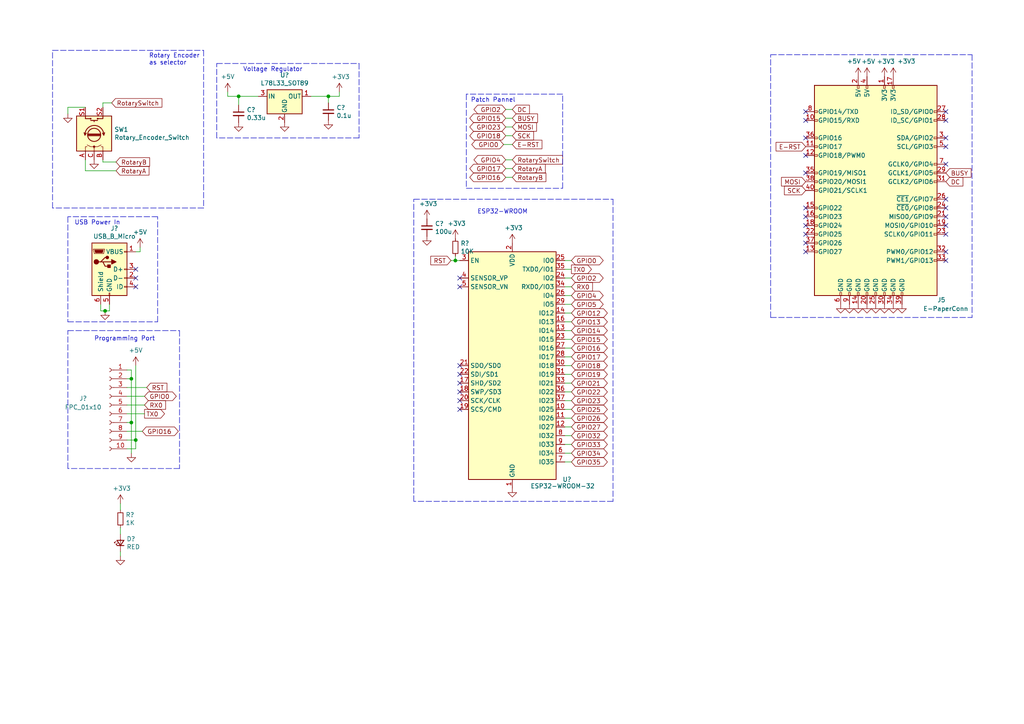
<source format=kicad_sch>
(kicad_sch (version 20211123) (generator eeschema)
  (paper "A4")
  (title_block (title "Smart Energy Meter") (rev "1") (company "CC - By Sani7") (comment 1 "github.com/Sani7/SEM"))
  (lib_symbols
    (symbol "Connector:Conn_01x10_Female" (pin_names (offset 1.016) hide)
      (property "Reference" "J" (at 0 12.7 0))
      (property "Value" "Conn_01x10_Female" (at 0 -15.24 0))
      (symbol "Conn_01x10_Female_1_1"
        (arc (start 0 -12.192) (mid -0.508 -12.7) (end 0 -13.208) (stroke (width 0.1524)))
        (arc (start 0 -9.652) (mid -0.508 -10.16) (end 0 -10.668) (stroke (width 0.1524)))
        (arc (start 0 -7.112) (mid -0.508 -7.62) (end 0 -8.128) (stroke (width 0.1524)))
        (arc (start 0 -4.572) (mid -0.508 -5.08) (end 0 -5.588) (stroke (width 0.1524)))
        (arc (start 0 -2.032) (mid -0.508 -2.54) (end 0 -3.048) (stroke (width 0.1524)))
        (polyline (pts (xy -1.27 -12.7) (xy -0.508 -12.7)) (stroke (width 0.1524)))
        (polyline (pts (xy -1.27 -10.16) (xy -0.508 -10.16)) (stroke (width 0.1524)))
        (polyline (pts (xy -1.27 -7.62) (xy -0.508 -7.62)) (stroke (width 0.1524)))
        (polyline (pts (xy -1.27 -5.08) (xy -0.508 -5.08)) (stroke (width 0.1524)))
        (polyline (pts (xy -1.27 -2.54) (xy -0.508 -2.54)) (stroke (width 0.1524)))
        (polyline (pts (xy -1.27 0) (xy -0.508 0)) (stroke (width 0.1524)))
        (polyline (pts (xy -1.27 2.54) (xy -0.508 2.54)) (stroke (width 0.1524)))
        (polyline (pts (xy -1.27 5.08) (xy -0.508 5.08)) (stroke (width 0.1524)))
        (polyline (pts (xy -1.27 7.62) (xy -0.508 7.62)) (stroke (width 0.1524)))
        (polyline (pts (xy -1.27 10.16) (xy -0.508 10.16)) (stroke (width 0.1524)))
        (arc (start 0 0.508) (mid -0.508 0) (end 0 -0.508) (stroke (width 0.1524)))
        (arc (start 0 3.048) (mid -0.508 2.54) (end 0 2.032) (stroke (width 0.1524)))
        (arc (start 0 5.588) (mid -0.508 5.08) (end 0 4.572) (stroke (width 0.1524)))
        (arc (start 0 8.128) (mid -0.508 7.62) (end 0 7.112) (stroke (width 0.1524)))
        (arc (start 0 10.668) (mid -0.508 10.16) (end 0 9.652) (stroke (width 0.1524)))
        (pin passive line (at -5.08 10.16 0) (length 3.81) (name "Pin_1") (number "1"))
        (pin passive line (at -5.08 -12.7 0) (length 3.81) (name "Pin_10") (number "10"))
        (pin passive line (at -5.08 7.62 0) (length 3.81) (name "Pin_2") (number "2"))
        (pin passive line (at -5.08 5.08 0) (length 3.81) (name "Pin_3") (number "3"))
        (pin passive line (at -5.08 2.54 0) (length 3.81) (name "Pin_4") (number "4"))
        (pin passive line (at -5.08 0 0) (length 3.81) (name "Pin_5") (number "5"))
        (pin passive line (at -5.08 -2.54 0) (length 3.81) (name "Pin_6") (number "6"))
        (pin passive line (at -5.08 -5.08 0) (length 3.81) (name "Pin_7") (number "7"))
        (pin passive line (at -5.08 -7.62 0) (length 3.81) (name "Pin_8") (number "8"))
        (pin passive line (at -5.08 -10.16 0) (length 3.81) (name "Pin_9") (number "9"))
      )
    )
    (symbol "Connector:Raspberry_Pi_2_3" (pin_names (offset 1.016))
      (property "Reference" "J" (at -17.78 31.75 0))
      (property "Value" "Raspberry_Pi_2_3" (at 10.16 -31.75 0))
      (symbol "Raspberry_Pi_2_3_0_1"
        (rectangle (start -17.78 30.48) (end 17.78 -30.48) (stroke (width 0.254)) (fill (type background)))
      )
      (symbol "Raspberry_Pi_2_3_1_1"
        (rectangle (start -16.891 -17.526) (end -17.78 -18.034))
        (rectangle (start -16.891 -14.986) (end -17.78 -15.494))
        (rectangle (start -16.891 -12.446) (end -17.78 -12.954))
        (rectangle (start -16.891 -9.906) (end -17.78 -10.414))
        (rectangle (start -16.891 -7.366) (end -17.78 -7.874))
        (rectangle (start -16.891 -4.826) (end -17.78 -5.334))
        (rectangle (start -16.891 0.254) (end -17.78 -0.254))
        (rectangle (start -16.891 2.794) (end -17.78 2.286))
        (rectangle (start -16.891 5.334) (end -17.78 4.826))
        (rectangle (start -16.891 10.414) (end -17.78 9.906))
        (rectangle (start -16.891 12.954) (end -17.78 12.446))
        (rectangle (start -16.891 15.494) (end -17.78 14.986))
        (rectangle (start -16.891 20.574) (end -17.78 20.066))
        (rectangle (start -16.891 23.114) (end -17.78 22.606))
        (rectangle (start -10.414 -29.591) (end -9.906 -30.48))
        (rectangle (start -7.874 -29.591) (end -7.366 -30.48))
        (rectangle (start -5.334 -29.591) (end -4.826 -30.48))
        (rectangle (start -5.334 30.48) (end -4.826 29.591))
        (rectangle (start -2.794 -29.591) (end -2.286 -30.48))
        (rectangle (start -2.794 30.48) (end -2.286 29.591))
        (rectangle (start -0.254 -29.591) (end 0.254 -30.48))
        (rectangle (start 2.286 -29.591) (end 2.794 -30.48))
        (rectangle (start 2.286 30.48) (end 2.794 29.591))
        (rectangle (start 4.826 -29.591) (end 5.334 -30.48))
        (rectangle (start 4.826 30.48) (end 5.334 29.591))
        (rectangle (start 7.366 -29.591) (end 7.874 -30.48))
        (rectangle (start 17.78 -20.066) (end 16.891 -20.574))
        (rectangle (start 17.78 -17.526) (end 16.891 -18.034))
        (rectangle (start 17.78 -12.446) (end 16.891 -12.954))
        (rectangle (start 17.78 -9.906) (end 16.891 -10.414))
        (rectangle (start 17.78 -7.366) (end 16.891 -7.874))
        (rectangle (start 17.78 -4.826) (end 16.891 -5.334))
        (rectangle (start 17.78 -2.286) (end 16.891 -2.794))
        (rectangle (start 17.78 2.794) (end 16.891 2.286))
        (rectangle (start 17.78 5.334) (end 16.891 4.826))
        (rectangle (start 17.78 7.874) (end 16.891 7.366))
        (rectangle (start 17.78 12.954) (end 16.891 12.446))
        (rectangle (start 17.78 15.494) (end 16.891 14.986))
        (rectangle (start 17.78 20.574) (end 16.891 20.066))
        (rectangle (start 17.78 23.114) (end 16.891 22.606))
        (pin power_in line (at 2.54 33.02 270) (length 2.54) (name "3V3") (number "1"))
        (pin bidirectional line (at -20.32 20.32 0) (length 2.54) (name "GPIO15/RXD") (number "10"))
        (pin bidirectional line (at -20.32 12.7 0) (length 2.54) (name "GPIO17") (number "11"))
        (pin bidirectional line (at -20.32 10.16 0) (length 2.54) (name "GPIO18/PWM0") (number "12"))
        (pin bidirectional line (at -20.32 -17.78 0) (length 2.54) (name "GPIO27") (number "13"))
        (pin power_in line (at -5.08 -33.02 90) (length 2.54) (name "GND") (number "14"))
        (pin bidirectional line (at -20.32 -5.08 0) (length 2.54) (name "GPIO22") (number "15"))
        (pin bidirectional line (at -20.32 -7.62 0) (length 2.54) (name "GPIO23") (number "16"))
        (pin power_in line (at 5.08 33.02 270) (length 2.54) (name "3V3") (number "17"))
        (pin bidirectional line (at -20.32 -10.16 0) (length 2.54) (name "GPIO24") (number "18"))
        (pin bidirectional line (at 20.32 -10.16 180) (length 2.54) (name "MOSI0/GPIO10") (number "19"))
        (pin power_in line (at -5.08 33.02 270) (length 2.54) (name "5V") (number "2"))
        (pin power_in line (at -2.54 -33.02 90) (length 2.54) (name "GND") (number "20"))
        (pin bidirectional line (at 20.32 -7.62 180) (length 2.54) (name "MISO0/GPIO9") (number "21"))
        (pin bidirectional line (at -20.32 -12.7 0) (length 2.54) (name "GPIO25") (number "22"))
        (pin bidirectional line (at 20.32 -12.7 180) (length 2.54) (name "SCLK0/GPIO11") (number "23"))
        (pin bidirectional line (at 20.32 -5.08 180) (length 2.54) (name "~{CE0}/GPIO8") (number "24"))
        (pin power_in line (at 0 -33.02 90) (length 2.54) (name "GND") (number "25"))
        (pin bidirectional line (at 20.32 -2.54 180) (length 2.54) (name "~{CE1}/GPIO7") (number "26"))
        (pin bidirectional line (at 20.32 22.86 180) (length 2.54) (name "ID_SD/GPIO0") (number "27"))
        (pin bidirectional line (at 20.32 20.32 180) (length 2.54) (name "ID_SC/GPIO1") (number "28"))
        (pin bidirectional line (at 20.32 5.08 180) (length 2.54) (name "GCLK1/GPIO5") (number "29"))
        (pin bidirectional line (at 20.32 15.24 180) (length 2.54) (name "SDA/GPIO2") (number "3"))
        (pin power_in line (at 2.54 -33.02 90) (length 2.54) (name "GND") (number "30"))
        (pin bidirectional line (at 20.32 2.54 180) (length 2.54) (name "GCLK2/GPIO6") (number "31"))
        (pin bidirectional line (at 20.32 -17.78 180) (length 2.54) (name "PWM0/GPIO12") (number "32"))
        (pin bidirectional line (at 20.32 -20.32 180) (length 2.54) (name "PWM1/GPIO13") (number "33"))
        (pin power_in line (at 5.08 -33.02 90) (length 2.54) (name "GND") (number "34"))
        (pin bidirectional line (at -20.32 5.08 0) (length 2.54) (name "GPIO19/MISO1") (number "35"))
        (pin bidirectional line (at -20.32 15.24 0) (length 2.54) (name "GPIO16") (number "36"))
        (pin bidirectional line (at -20.32 -15.24 0) (length 2.54) (name "GPIO26") (number "37"))
        (pin bidirectional line (at -20.32 2.54 0) (length 2.54) (name "GPIO20/MOSI1") (number "38"))
        (pin power_in line (at 7.62 -33.02 90) (length 2.54) (name "GND") (number "39"))
        (pin power_in line (at -2.54 33.02 270) (length 2.54) (name "5V") (number "4"))
        (pin bidirectional line (at -20.32 0 0) (length 2.54) (name "GPIO21/SCLK1") (number "40"))
        (pin bidirectional line (at 20.32 12.7 180) (length 2.54) (name "SCL/GPIO3") (number "5"))
        (pin power_in line (at -10.16 -33.02 90) (length 2.54) (name "GND") (number "6"))
        (pin bidirectional line (at 20.32 7.62 180) (length 2.54) (name "GCLK0/GPIO4") (number "7"))
        (pin bidirectional line (at -20.32 22.86 0) (length 2.54) (name "GPIO14/TXD") (number "8"))
        (pin power_in line (at -7.62 -33.02 90) (length 2.54) (name "GND") (number "9"))
      )
    )
    (symbol "Connector:USB_B_Micro" (pin_names (offset 1.016))
      (property "Reference" "J" (at -5.08 11.43 0))
      (property "Value" "USB_B_Micro" (at -5.08 8.89 0))
      (symbol "USB_B_Micro_0_1"
        (rectangle (start -5.08 -7.62) (end 5.08 7.62) (stroke (width 0.254)) (fill (type background)))
        (circle (center -3.81 2.159) (radius 0.635) (stroke (width 0.254)) (fill (type outline)))
        (circle (center -0.635 3.429) (radius 0.381) (stroke (width 0.254)) (fill (type outline)))
        (rectangle (start -0.127 -7.62) (end 0.127 -6.858))
        (polyline (pts (xy -1.905 2.159) (xy 0.635 2.159)) (stroke (width 0.254)))
        (polyline (pts (xy -3.175 2.159) (xy -2.54 2.159) (xy -1.27 3.429) (xy -0.635 3.429)) (stroke (width 0.254)))
        (polyline (pts (xy -2.54 2.159) (xy -1.905 2.159) (xy -1.27 0.889) (xy 0 0.889)) (stroke (width 0.254)))
        (polyline (pts (xy 0.635 2.794) (xy 0.635 1.524) (xy 1.905 2.159) (xy 0.635 2.794)) (stroke (width 0.254)) (fill (type outline)))
        (polyline (pts (xy -4.318 5.588) (xy -1.778 5.588) (xy -2.032 4.826) (xy -4.064 4.826) (xy -4.318 5.588)) (fill (type outline)))
        (polyline (pts (xy -4.699 5.842) (xy -4.699 5.588) (xy -4.445 4.826) (xy -4.445 4.572) (xy -1.651 4.572) (xy -1.651 4.826) (xy -1.397 5.588) (xy -1.397 5.842) (xy -4.699 5.842)))
        (rectangle (start 0.254 1.27) (end -0.508 0.508) (stroke (width 0.254)) (fill (type outline)))
        (rectangle (start 5.08 -5.207) (end 4.318 -4.953))
        (rectangle (start 5.08 -2.667) (end 4.318 -2.413))
        (rectangle (start 5.08 -0.127) (end 4.318 0.127))
        (rectangle (start 5.08 4.953) (end 4.318 5.207))
      )
      (symbol "USB_B_Micro_1_1"
        (pin power_out line (at 7.62 5.08 180) (length 2.54) (name "VBUS") (number "1"))
        (pin bidirectional line (at 7.62 -2.54 180) (length 2.54) (name "D-") (number "2"))
        (pin bidirectional line (at 7.62 0 180) (length 2.54) (name "D+") (number "3"))
        (pin passive line (at 7.62 -5.08 180) (length 2.54) (name "ID") (number "4"))
        (pin power_out line (at 0 -10.16 90) (length 2.54) (name "GND") (number "5"))
        (pin passive line (at -2.54 -10.16 90) (length 2.54) (name "Shield") (number "6"))
      )
    )
    (symbol "Device:C_Small" (pin_numbers hide) (pin_names (offset 0.254) hide)
      (property "Reference" "C" (at 0.254 1.778 0))
      (property "Value" "C_Small" (at 0.254 -2.032 0))
      (symbol "C_Small_0_1"
        (polyline (pts (xy -1.524 -0.508) (xy 1.524 -0.508)) (stroke (width 0.3302)))
        (polyline (pts (xy -1.524 0.508) (xy 1.524 0.508)) (stroke (width 0.3048)))
      )
      (symbol "C_Small_1_1"
        (pin passive line (at 0 2.54 270) (length 2.032) (name "~") (number "1"))
        (pin passive line (at 0 -2.54 90) (length 2.032) (name "~") (number "2"))
      )
    )
    (symbol "Device:LED_Small" (pin_numbers hide) (pin_names (offset 0.254) hide)
      (property "Reference" "D" (at -1.27 3.175 0))
      (property "Value" "LED_Small" (at -4.445 -2.54 0))
      (symbol "LED_Small_0_1"
        (polyline (pts (xy -0.762 -1.016) (xy -0.762 1.016)) (stroke (width 0.254)))
        (polyline (pts (xy 1.016 0) (xy -0.762 0)))
        (polyline (pts (xy 0.762 -1.016) (xy -0.762 0) (xy 0.762 1.016) (xy 0.762 -1.016)) (stroke (width 0.254)))
        (polyline (pts (xy 0 0.762) (xy -0.508 1.27) (xy -0.254 1.27) (xy -0.508 1.27) (xy -0.508 1.016)))
        (polyline (pts (xy 0.508 1.27) (xy 0 1.778) (xy 0.254 1.778) (xy 0 1.778) (xy 0 1.524)))
      )
      (symbol "LED_Small_1_1"
        (pin passive line (at -2.54 0 0) (length 1.778) (name "K") (number "1"))
        (pin passive line (at 2.54 0 180) (length 1.778) (name "A") (number "2"))
      )
    )
    (symbol "Device:R_Small" (pin_numbers hide) (pin_names (offset 0.254) hide)
      (property "Reference" "R" (at 0.762 0.508 0))
      (property "Value" "R_Small" (at 0.762 -1.016 0))
      (symbol "R_Small_0_1"
        (rectangle (start -0.762 1.778) (end 0.762 -1.778) (stroke (width 0.2032)))
      )
      (symbol "R_Small_1_1"
        (pin passive line (at 0 2.54 270) (length 0.762) (name "~") (number "1"))
        (pin passive line (at 0 -2.54 90) (length 0.762) (name "~") (number "2"))
      )
    )
    (symbol "Device:Rotary_Encoder_Switch" (pin_names (offset 0.254) hide)
      (property "Reference" "SW" (at 0 6.604 0))
      (property "Value" "Device_Rotary_Encoder_Switch" (at 0 -6.604 0))
      (symbol "Rotary_Encoder_Switch_0_1"
        (rectangle (start -5.08 5.08) (end 5.08 -5.08) (stroke (width 0.254)) (fill (type background)))
        (circle (center -3.81 0) (radius 0.254) (fill (type outline)))
        (arc (start -0.381 -2.794) (mid 2.3622 -0.0508) (end -0.381 2.667) (stroke (width 0.254)))
        (circle (center -0.381 0) (radius 1.905) (stroke (width 0.254)))
        (polyline (pts (xy -0.635 -1.778) (xy -0.635 1.778)) (stroke (width 0.254)))
        (polyline (pts (xy -0.381 -1.778) (xy -0.381 1.778)) (stroke (width 0.254)))
        (polyline (pts (xy -0.127 1.778) (xy -0.127 -1.778)) (stroke (width 0.254)))
        (polyline (pts (xy 3.81 0) (xy 3.429 0)) (stroke (width 0.254)))
        (polyline (pts (xy 3.81 1.016) (xy 3.81 -1.016)) (stroke (width 0.254)))
        (polyline (pts (xy -5.08 -2.54) (xy -3.81 -2.54) (xy -3.81 -2.032)))
        (polyline (pts (xy -5.08 2.54) (xy -3.81 2.54) (xy -3.81 2.032)))
        (polyline (pts (xy 0.254 -3.048) (xy -0.508 -2.794) (xy 0.127 -2.413)) (stroke (width 0.254)))
        (polyline (pts (xy 0.254 2.921) (xy -0.508 2.667) (xy 0.127 2.286)) (stroke (width 0.254)))
        (polyline (pts (xy 5.08 -2.54) (xy 4.318 -2.54) (xy 4.318 -1.016)) (stroke (width 0.254)))
        (polyline (pts (xy 5.08 2.54) (xy 4.318 2.54) (xy 4.318 1.016)) (stroke (width 0.254)))
        (polyline (pts (xy -5.08 0) (xy -3.81 0) (xy -3.81 -1.016) (xy -3.302 -2.032)))
        (polyline (pts (xy -4.318 0) (xy -3.81 0) (xy -3.81 1.016) (xy -3.302 2.032)))
        (circle (center 4.318 -1.016) (radius 0.127) (stroke (width 0.254)))
        (circle (center 4.318 1.016) (radius 0.127) (stroke (width 0.254)))
      )
      (symbol "Rotary_Encoder_Switch_1_1"
        (pin passive line (at -7.62 2.54 0) (length 2.54) (name "A") (number "A"))
        (pin passive line (at -7.62 -2.54 0) (length 2.54) (name "B") (number "B"))
        (pin passive line (at -7.62 0 0) (length 2.54) (name "C") (number "C"))
        (pin passive line (at 7.62 2.54 180) (length 2.54) (name "S1") (number "S1"))
        (pin passive line (at 7.62 -2.54 180) (length 2.54) (name "S2") (number "S2"))
      )
    )
    (symbol "RF_Module:ESP32-WROOM-32"
      (property "Reference" "U" (at -12.7 34.29 0))
      (property "Value" "ESP32-WROOM-32" (at 1.27 34.29 0))
      (symbol "ESP32-WROOM-32_0_1"
        (rectangle (start -12.7 33.02) (end 12.7 -33.02) (stroke (width 0.254)) (fill (type background)))
      )
      (symbol "ESP32-WROOM-32_1_1"
        (pin power_in line (at 0 -35.56 90) (length 2.54) (name "GND") (number "1"))
        (pin bidirectional line (at 15.24 -12.7 180) (length 2.54) (name "IO25") (number "10"))
        (pin bidirectional line (at 15.24 -15.24 180) (length 2.54) (name "IO26") (number "11"))
        (pin bidirectional line (at 15.24 -17.78 180) (length 2.54) (name "IO27") (number "12"))
        (pin bidirectional line (at 15.24 10.16 180) (length 2.54) (name "IO14") (number "13"))
        (pin bidirectional line (at 15.24 15.24 180) (length 2.54) (name "IO12") (number "14"))
        (pin passive line (at 0 -35.56 90) (length 2.54) hide (name "GND") (number "15"))
        (pin bidirectional line (at 15.24 12.7 180) (length 2.54) (name "IO13") (number "16"))
        (pin bidirectional line (at -15.24 -5.08 0) (length 2.54) (name "SHD/SD2") (number "17"))
        (pin bidirectional line (at -15.24 -7.62 0) (length 2.54) (name "SWP/SD3") (number "18"))
        (pin bidirectional line (at -15.24 -12.7 0) (length 2.54) (name "SCS/CMD") (number "19"))
        (pin power_in line (at 0 35.56 270) (length 2.54) (name "VDD") (number "2"))
        (pin bidirectional line (at -15.24 -10.16 0) (length 2.54) (name "SCK/CLK") (number "20"))
        (pin bidirectional line (at -15.24 0 0) (length 2.54) (name "SDO/SD0") (number "21"))
        (pin bidirectional line (at -15.24 -2.54 0) (length 2.54) (name "SDI/SD1") (number "22"))
        (pin bidirectional line (at 15.24 7.62 180) (length 2.54) (name "IO15") (number "23"))
        (pin bidirectional line (at 15.24 25.4 180) (length 2.54) (name "IO2") (number "24"))
        (pin bidirectional line (at 15.24 30.48 180) (length 2.54) (name "IO0") (number "25"))
        (pin bidirectional line (at 15.24 20.32 180) (length 2.54) (name "IO4") (number "26"))
        (pin bidirectional line (at 15.24 5.08 180) (length 2.54) (name "IO16") (number "27"))
        (pin bidirectional line (at 15.24 2.54 180) (length 2.54) (name "IO17") (number "28"))
        (pin bidirectional line (at 15.24 17.78 180) (length 2.54) (name "IO5") (number "29"))
        (pin input line (at -15.24 30.48 0) (length 2.54) (name "EN") (number "3"))
        (pin bidirectional line (at 15.24 0 180) (length 2.54) (name "IO18") (number "30"))
        (pin bidirectional line (at 15.24 -2.54 180) (length 2.54) (name "IO19") (number "31"))
        (pin no_connect line (at -12.7 -27.94 0) (length 2.54) hide (name "NC") (number "32"))
        (pin bidirectional line (at 15.24 -5.08 180) (length 2.54) (name "IO21") (number "33"))
        (pin bidirectional line (at 15.24 22.86 180) (length 2.54) (name "RXD0/IO3") (number "34"))
        (pin bidirectional line (at 15.24 27.94 180) (length 2.54) (name "TXD0/IO1") (number "35"))
        (pin bidirectional line (at 15.24 -7.62 180) (length 2.54) (name "IO22") (number "36"))
        (pin bidirectional line (at 15.24 -10.16 180) (length 2.54) (name "IO23") (number "37"))
        (pin passive line (at 0 -35.56 90) (length 2.54) hide (name "GND") (number "38"))
        (pin passive line (at 0 -35.56 90) (length 2.54) hide (name "GND") (number "39"))
        (pin input line (at -15.24 25.4 0) (length 2.54) (name "SENSOR_VP") (number "4"))
        (pin input line (at -15.24 22.86 0) (length 2.54) (name "SENSOR_VN") (number "5"))
        (pin input line (at 15.24 -25.4 180) (length 2.54) (name "IO34") (number "6"))
        (pin input line (at 15.24 -27.94 180) (length 2.54) (name "IO35") (number "7"))
        (pin bidirectional line (at 15.24 -20.32 180) (length 2.54) (name "IO32") (number "8"))
        (pin bidirectional line (at 15.24 -22.86 180) (length 2.54) (name "IO33") (number "9"))
      )
    )
    (symbol "Regulator_Linear:L78L33_SOT89" (pin_names (offset 0.254))
      (property "Reference" "U" (at -3.81 3.175 0))
      (property "Value" "L78L33_SOT89" (at -0.635 3.175 0))
      (symbol "L78L33_SOT89_0_1"
        (rectangle (start -5.08 1.905) (end 5.08 -5.08) (stroke (width 0.254)) (fill (type background)))
      )
      (symbol "L78L33_SOT89_1_1"
        (pin power_out line (at 7.62 0 180) (length 2.54) (name "OUT") (number "1"))
        (pin power_in line (at 0 -7.62 90) (length 2.54) (name "GND") (number "2"))
        (pin power_in line (at -7.62 0 0) (length 2.54) (name "IN") (number "3"))
      )
    )
    (symbol "power:+3.3V" (power) (pin_names (offset 0))
      (property "Value" "+3.3V" (at 0 3.556 0))
      (symbol "+3.3V_0_1"
        (polyline (pts (xy -0.762 1.27) (xy 0 2.54)))
        (polyline (pts (xy 0 0) (xy 0 2.54)))
        (polyline (pts (xy 0 2.54) (xy 0.762 1.27)))
      )
      (symbol "+3.3V_1_1"
        (pin power_in line (at 0 0 90) (length 0) hide (name "+3V3") (number "1"))
      )
    )
    (symbol "power:+5V" (power) (pin_names (offset 0))
      (property "Value" "+5V" (at 0 3.556 0))
      (symbol "+5V_0_1"
        (polyline (pts (xy -0.762 1.27) (xy 0 2.54)))
        (polyline (pts (xy 0 0) (xy 0 2.54)))
        (polyline (pts (xy 0 2.54) (xy 0.762 1.27)))
      )
      (symbol "+5V_1_1"
        (pin power_in line (at 0 0 90) (length 0) hide (name "+5V") (number "1"))
      )
    )
    (symbol "power:GND" (power) (pin_names (offset 0))
      (property "Value" "GND" (at 0 -3.81 0))
      (symbol "GND_0_1"
        (polyline (pts (xy 0 0) (xy 0 -1.27) (xy 1.27 -1.27) (xy 0 -2.54) (xy -1.27 -1.27) (xy 0 -1.27)))
      )
      (symbol "GND_1_1"
        (pin power_in line (at 0 0 270) (length 0) hide (name "GND") (number "1"))
      )
    )
  )
  (junction (at 95.25 27.94))
  (junction (at 132.08 75.565))
  (junction (at 69.215 27.94))
  (junction (at 38.1 122.555))
  (junction (at 39.37 127.635))
  (junction (at 38.1 109.855))
  (junction (at 30.48 90.17))
  (no_connect (at 274.32 67.945))
  (no_connect (at 233.68 32.385))
  (no_connect (at 133.35 80.645))
  (no_connect (at 39.37 80.645))
  (no_connect (at 233.68 45.085))
  (no_connect (at 274.32 75.565))
  (no_connect (at 133.35 116.205))
  (no_connect (at 274.32 62.865))
  (no_connect (at 39.37 83.185))
  (no_connect (at 133.35 108.585))
  (no_connect (at 133.35 113.665))
  (no_connect (at 233.68 65.405))
  (no_connect (at 233.68 50.165))
  (no_connect (at 233.68 70.485))
  (no_connect (at 233.68 67.945))
  (no_connect (at 274.32 60.325))
  (no_connect (at 274.32 65.405))
  (no_connect (at 233.68 40.005))
  (no_connect (at 233.68 34.925))
  (no_connect (at 39.37 78.105))
  (no_connect (at 274.32 32.385))
  (no_connect (at 233.68 60.325))
  (no_connect (at 133.35 106.045))
  (no_connect (at 274.32 42.545))
  (no_connect (at 274.32 57.785))
  (no_connect (at 133.35 118.745))
  (no_connect (at 133.35 83.185))
  (no_connect (at 274.32 73.025))
  (no_connect (at 274.32 47.625))
  (no_connect (at 133.35 111.125))
  (no_connect (at 233.68 62.865))
  (no_connect (at 233.68 73.025))
  (no_connect (at 274.32 34.925))
  (no_connect (at 274.32 40.005))
  (wire (pts (xy 146.685 46.355) (xy 148.59 46.355)))
  (polyline (pts (xy 62.865 18.415) (xy 104.14 18.415)))
  (polyline (pts (xy 120.015 57.785) (xy 177.8 57.785)))
  (polyline (pts (xy 163.195 54.61) (xy 163.195 27.305)))
  (wire (pts (xy 33.655 49.53) (xy 24.765 49.53)))
  (wire (pts (xy 163.83 103.505) (xy 165.735 103.505)))
  (wire (pts (xy 163.83 131.445) (xy 165.735 131.445)))
  (wire (pts (xy 41.91 114.935) (xy 36.83 114.935)))
  (polyline (pts (xy 135.255 54.61) (xy 163.195 54.61)))
  (wire (pts (xy 40.64 71.755) (xy 40.64 73.025)))
  (wire (pts (xy 163.83 100.965) (xy 165.735 100.965)))
  (wire (pts (xy 163.83 116.205) (xy 165.735 116.205)))
  (wire (pts (xy 38.1 122.555) (xy 36.83 122.555)))
  (wire (pts (xy 132.08 74.295) (xy 132.08 75.565)))
  (wire (pts (xy 163.83 78.105) (xy 165.735 78.105)))
  (wire (pts (xy 29.845 29.845) (xy 29.845 31.115)))
  (wire (pts (xy 163.83 133.985) (xy 165.735 133.985)))
  (wire (pts (xy 38.1 109.855) (xy 36.83 109.855)))
  (wire (pts (xy 163.83 90.805) (xy 165.735 90.805)))
  (polyline (pts (xy 177.8 57.785) (xy 177.8 145.415)))
  (wire (pts (xy 32.385 29.845) (xy 29.845 29.845)))
  (polyline (pts (xy 19.685 135.89) (xy 19.685 95.885)))
  (wire (pts (xy 163.83 111.125) (xy 165.735 111.125)))
  (wire (pts (xy 66.04 26.67) (xy 66.04 27.94)))
  (wire (pts (xy 38.1 107.315) (xy 36.83 107.315)))
  (wire (pts (xy 163.83 121.285) (xy 165.735 121.285)))
  (polyline (pts (xy 52.07 135.89) (xy 19.685 135.89)))
  (polyline (pts (xy 135.255 27.305) (xy 135.255 54.61)))
  (polyline (pts (xy 62.865 40.005) (xy 62.865 18.415)))
  (polyline (pts (xy 120.015 145.415) (xy 120.015 57.785)))
  (polyline (pts (xy 59.055 14.605) (xy 59.055 60.325)))
  (wire (pts (xy 39.37 127.635) (xy 39.37 106.045)))
  (wire (pts (xy 146.685 34.29) (xy 148.59 34.29)))
  (polyline (pts (xy 45.72 93.345) (xy 45.72 62.865)))
  (wire (pts (xy 38.1 131.445) (xy 38.1 122.555)))
  (wire (pts (xy 34.925 153.035) (xy 34.925 154.94)))
  (wire (pts (xy 146.685 36.83) (xy 148.59 36.83)))
  (wire (pts (xy 132.08 75.565) (xy 133.35 75.565)))
  (wire (pts (xy 39.37 130.175) (xy 39.37 127.635)))
  (wire (pts (xy 163.83 95.885) (xy 165.735 95.885)))
  (wire (pts (xy 163.83 118.745) (xy 165.735 118.745)))
  (wire (pts (xy 19.685 31.115) (xy 19.685 33.02)))
  (wire (pts (xy 163.83 128.905) (xy 165.735 128.905)))
  (wire (pts (xy 90.17 27.94) (xy 95.25 27.94)))
  (wire (pts (xy 146.05 41.91) (xy 148.59 41.91)))
  (wire (pts (xy 24.765 49.53) (xy 24.765 46.355)))
  (wire (pts (xy 24.765 31.115) (xy 19.685 31.115)))
  (wire (pts (xy 130.81 75.565) (xy 132.08 75.565)))
  (wire (pts (xy 34.925 160.02) (xy 34.925 161.29)))
  (wire (pts (xy 98.425 27.94) (xy 98.425 26.67)))
  (polyline (pts (xy 104.14 18.415) (xy 104.14 40.005)))
  (polyline (pts (xy 19.685 93.345) (xy 45.72 93.345)))
  (wire (pts (xy 163.83 98.425) (xy 165.735 98.425)))
  (wire (pts (xy 163.83 83.185) (xy 165.735 83.185)))
  (polyline (pts (xy 177.8 145.415) (xy 120.015 145.415)))
  (polyline (pts (xy 104.14 40.005) (xy 62.865 40.005)))
  (wire (pts (xy 29.21 90.17) (xy 30.48 90.17)))
  (wire (pts (xy 31.75 90.17) (xy 31.75 88.265)))
  (polyline (pts (xy 281.94 15.875) (xy 281.94 92.075)))
  (wire (pts (xy 38.1 109.855) (xy 38.1 107.315)))
  (wire (pts (xy 146.685 51.435) (xy 148.59 51.435)))
  (wire (pts (xy 163.83 75.565) (xy 165.735 75.565)))
  (polyline (pts (xy 59.055 60.325) (xy 15.24 60.325)))
  (wire (pts (xy 163.83 106.045) (xy 165.735 106.045)))
  (wire (pts (xy 42.545 112.395) (xy 36.83 112.395)))
  (wire (pts (xy 146.685 39.37) (xy 148.59 39.37)))
  (polyline (pts (xy 223.52 92.075) (xy 223.52 15.875)))
  (wire (pts (xy 146.685 31.75) (xy 148.59 31.75)))
  (wire (pts (xy 163.83 108.585) (xy 165.735 108.585)))
  (polyline (pts (xy 163.195 27.305) (xy 135.255 27.305)))
  (wire (pts (xy 146.685 48.895) (xy 148.59 48.895)))
  (wire (pts (xy 36.83 117.475) (xy 41.91 117.475)))
  (wire (pts (xy 66.04 27.94) (xy 69.215 27.94)))
  (polyline (pts (xy 19.685 62.865) (xy 19.685 93.345)))
  (polyline (pts (xy 223.52 15.875) (xy 281.94 15.875)))
  (wire (pts (xy 163.83 93.345) (xy 165.735 93.345)))
  (wire (pts (xy 36.83 127.635) (xy 39.37 127.635)))
  (wire (pts (xy 40.64 73.025) (xy 39.37 73.025)))
  (wire (pts (xy 163.83 80.645) (xy 165.735 80.645)))
  (wire (pts (xy 163.83 123.825) (xy 165.735 123.825)))
  (wire (pts (xy 95.25 27.94) (xy 95.25 29.845)))
  (wire (pts (xy 163.83 85.725) (xy 165.735 85.725)))
  (wire (pts (xy 36.83 130.175) (xy 39.37 130.175)))
  (wire (pts (xy 163.83 126.365) (xy 165.735 126.365)))
  (polyline (pts (xy 15.24 14.605) (xy 59.055 14.605)))
  (polyline (pts (xy 45.72 62.865) (xy 19.685 62.865)))
  (polyline (pts (xy 15.24 60.325) (xy 15.24 14.605)))
  (wire (pts (xy 69.215 27.94) (xy 74.93 27.94)))
  (wire (pts (xy 36.83 120.015) (xy 41.91 120.015)))
  (polyline (pts (xy 52.07 95.885) (xy 52.07 135.89)))
  (wire (pts (xy 33.655 46.99) (xy 29.845 46.99)))
  (wire (pts (xy 163.83 88.265) (xy 165.735 88.265)))
  (wire (pts (xy 34.925 146.05) (xy 34.925 147.955)))
  (wire (pts (xy 29.21 88.265) (xy 29.21 90.17)))
  (wire (pts (xy 163.83 113.665) (xy 165.735 113.665)))
  (wire (pts (xy 29.845 46.99) (xy 29.845 46.355)))
  (wire (pts (xy 36.83 125.095) (xy 41.275 125.095)))
  (polyline (pts (xy 223.52 92.075) (xy 281.94 92.075)))
  (wire (pts (xy 38.1 122.555) (xy 38.1 109.855)))
  (polyline (pts (xy 19.685 95.885) (xy 52.07 95.885)))
  (wire (pts (xy 69.215 30.48) (xy 69.215 27.94)))
  (wire (pts (xy 95.25 27.94) (xy 98.425 27.94)))
  (wire (pts (xy 30.48 90.17) (xy 31.75 90.17)))
  (text "USB Power In" (at 21.59 65.405 0) (effects (font (size 1.27 1.27)) (justify left bottom)))
  (text "Rotary Encoder\nas selector" (at 43.18 19.05 0) (effects (font (size 1.27 1.27)) (justify left bottom)))
  (text "ESP32-WROOM" (at 138.43 62.23 0) (effects (font (size 1.27 1.27)) (justify left bottom)))
  (text "Programming Port" (at 27.305 99.06 0) (effects (font (size 1.27 1.27)) (justify left bottom)))
  (text "Patch Pannel" (at 136.525 29.845 0) (effects (font (size 1.27 1.27)) (justify left bottom)))
  (text "Voltage Regulator" (at 70.485 20.955 0) (effects (font (size 1.27 1.27)) (justify left bottom)))
  (global_label "GPIO33" (shape bidirectional) (at 165.735 128.905 0) (property "Intersheet References" "${INTERSHEET_REFS}" (effects hide)))
  (global_label "GPIO2" (shape bidirectional) (at 165.735 80.645 0) (property "Intersheet References" "${INTERSHEET_REFS}" (effects hide)))
  (global_label "BUSY" (shape input) (at 148.59 34.29 0) (property "Intersheet References" "${INTERSHEET_REFS}" (effects hide)))
  (global_label "GPIO14" (shape bidirectional) (at 165.735 95.885 0) (property "Intersheet References" "${INTERSHEET_REFS}" (effects hide)))
  (global_label "RotaryB" (shape input) (at 33.655 46.99 0) (property "Intersheet References" "${INTERSHEET_REFS}" (effects hide)))
  (global_label "GPIO32" (shape bidirectional) (at 165.735 126.365 0) (property "Intersheet References" "${INTERSHEET_REFS}" (effects hide)))
  (global_label "RotaryA" (shape input) (at 148.59 48.895 0) (property "Intersheet References" "${INTERSHEET_REFS}" (effects hide)))
  (global_label "BUSY" (shape input) (at 274.32 50.165 0) (property "Intersheet References" "${INTERSHEET_REFS}" (effects hide)))
  (global_label "TX0" (shape output) (at 165.735 78.105 0) (property "Intersheet References" "${INTERSHEET_REFS}" (effects hide)))
  (global_label "RotaryA" (shape input) (at 33.655 49.53 0) (property "Intersheet References" "${INTERSHEET_REFS}" (effects hide)))
  (global_label "GPIO16" (shape bidirectional) (at 41.275 125.095 0) (property "Intersheet References" "${INTERSHEET_REFS}" (effects hide)))
  (global_label "GPIO21" (shape bidirectional) (at 165.735 111.125 0) (property "Intersheet References" "${INTERSHEET_REFS}" (effects hide)))
  (global_label "RX0" (shape input) (at 165.735 83.185 0) (property "Intersheet References" "${INTERSHEET_REFS}" (effects hide)))
  (global_label "RotarySwitch" (shape input) (at 32.385 29.845 0) (property "Intersheet References" "${INTERSHEET_REFS}" (effects hide)))
  (global_label "GPIO26" (shape bidirectional) (at 165.735 121.285 0) (property "Intersheet References" "${INTERSHEET_REFS}" (effects hide)))
  (global_label "E-RST" (shape input) (at 233.68 42.545 180) (property "Intersheet References" "${INTERSHEET_REFS}" (effects hide)))
  (global_label "GPIO16" (shape bidirectional) (at 146.685 51.435 180) (property "Intersheet References" "${INTERSHEET_REFS}" (effects hide)))
  (global_label "GPIO23" (shape bidirectional) (at 165.735 116.205 0) (property "Intersheet References" "${INTERSHEET_REFS}" (effects hide)))
  (global_label "E-RST" (shape input) (at 148.59 41.91 0) (property "Intersheet References" "${INTERSHEET_REFS}" (effects hide)))
  (global_label "GPIO12" (shape bidirectional) (at 165.735 90.805 0) (property "Intersheet References" "${INTERSHEET_REFS}" (effects hide)))
  (global_label "GPIO18" (shape bidirectional) (at 146.685 39.37 180) (property "Intersheet References" "${INTERSHEET_REFS}" (effects hide)))
  (global_label "GPIO4" (shape bidirectional) (at 146.685 46.355 180) (property "Intersheet References" "${INTERSHEET_REFS}" (effects hide)))
  (global_label "GPIO22" (shape bidirectional) (at 165.735 113.665 0) (property "Intersheet References" "${INTERSHEET_REFS}" (effects hide)))
  (global_label "GPIO23" (shape bidirectional) (at 146.685 36.83 180) (property "Intersheet References" "${INTERSHEET_REFS}" (effects hide)))
  (global_label "SCK" (shape input) (at 148.59 39.37 0) (property "Intersheet References" "${INTERSHEET_REFS}" (effects hide)))
  (global_label "GPIO0" (shape bidirectional) (at 41.91 114.935 0) (property "Intersheet References" "${INTERSHEET_REFS}" (effects hide)))
  (global_label "GPIO34" (shape bidirectional) (at 165.735 131.445 0) (property "Intersheet References" "${INTERSHEET_REFS}" (effects hide)))
  (global_label "GPIO17" (shape bidirectional) (at 165.735 103.505 0) (property "Intersheet References" "${INTERSHEET_REFS}" (effects hide)))
  (global_label "RotarySwitch" (shape input) (at 148.59 46.355 0) (property "Intersheet References" "${INTERSHEET_REFS}" (effects hide)))
  (global_label "GPIO15" (shape bidirectional) (at 165.735 98.425 0) (property "Intersheet References" "${INTERSHEET_REFS}" (effects hide)))
  (global_label "TX0" (shape output) (at 41.91 120.015 0) (property "Intersheet References" "${INTERSHEET_REFS}" (effects hide)))
  (global_label "GPIO17" (shape bidirectional) (at 146.685 48.895 180) (property "Intersheet References" "${INTERSHEET_REFS}" (effects hide)))
  (global_label "GPIO13" (shape bidirectional) (at 165.735 93.345 0) (property "Intersheet References" "${INTERSHEET_REFS}" (effects hide)))
  (global_label "MOSI" (shape input) (at 233.68 52.705 180) (property "Intersheet References" "${INTERSHEET_REFS}" (effects hide)))
  (global_label "RX0" (shape input) (at 41.91 117.475 0) (property "Intersheet References" "${INTERSHEET_REFS}" (effects hide)))
  (global_label "GPIO27" (shape bidirectional) (at 165.735 123.825 0) (property "Intersheet References" "${INTERSHEET_REFS}" (effects hide)))
  (global_label "GPIO18" (shape bidirectional) (at 165.735 106.045 0) (property "Intersheet References" "${INTERSHEET_REFS}" (effects hide)))
  (global_label "RST" (shape input) (at 130.81 75.565 180) (property "Intersheet References" "${INTERSHEET_REFS}" (effects hide)))
  (global_label "DC" (shape input) (at 274.32 52.705 0) (property "Intersheet References" "${INTERSHEET_REFS}" (effects hide)))
  (global_label "GPIO0" (shape bidirectional) (at 146.05 41.91 180) (property "Intersheet References" "${INTERSHEET_REFS}" (effects hide)))
  (global_label "RotaryB" (shape input) (at 148.59 51.435 0) (property "Intersheet References" "${INTERSHEET_REFS}" (effects hide)))
  (global_label "GPIO16" (shape bidirectional) (at 165.735 100.965 0) (property "Intersheet References" "${INTERSHEET_REFS}" (effects hide)))
  (global_label "GPIO25" (shape bidirectional) (at 165.735 118.745 0) (property "Intersheet References" "${INTERSHEET_REFS}" (effects hide)))
  (global_label "GPIO15" (shape bidirectional) (at 146.685 34.29 180) (property "Intersheet References" "${INTERSHEET_REFS}" (effects hide)))
  (global_label "RST" (shape input) (at 42.545 112.395 0) (property "Intersheet References" "${INTERSHEET_REFS}" (effects hide)))
  (global_label "GPIO19" (shape bidirectional) (at 165.735 108.585 0) (property "Intersheet References" "${INTERSHEET_REFS}" (effects hide)))
  (global_label "SCK" (shape input) (at 233.68 55.245 180) (property "Intersheet References" "${INTERSHEET_REFS}" (effects hide)))
  (global_label "DC" (shape input) (at 148.59 31.75 0) (property "Intersheet References" "${INTERSHEET_REFS}" (effects hide)))
  (global_label "GPIO5" (shape bidirectional) (at 165.735 88.265 0) (property "Intersheet References" "${INTERSHEET_REFS}" (effects hide)))
  (global_label "GPIO0" (shape bidirectional) (at 165.735 75.565 0) (property "Intersheet References" "${INTERSHEET_REFS}" (effects hide)))
  (global_label "GPIO4" (shape bidirectional) (at 165.735 85.725 0) (property "Intersheet References" "${INTERSHEET_REFS}" (effects hide)))
  (global_label "GPIO35" (shape bidirectional) (at 165.735 133.985 0) (property "Intersheet References" "${INTERSHEET_REFS}" (effects hide)))
  (global_label "MOSI" (shape input) (at 148.59 36.83 0) (property "Intersheet References" "${INTERSHEET_REFS}" (effects hide)))
  (global_label "GPIO2" (shape bidirectional) (at 146.685 31.75 180) (property "Intersheet References" "${INTERSHEET_REFS}" (effects hide)))
  (symbol (lib_id "Connector:Raspberry_Pi_2_3") (at 254 55.245 0) (unit 1)
    (property "Reference" "J5" (at 273.05 86.995 0))
    (property "Value" "E-PaperConn" (at 274.32 89.535 0))
    (property "Datasheet" "https://www.raspberrypi.org/documentation/hardware/raspberrypi/schematics/rpi_SCH_3bplus_1p0_reduced.pdf" (effects hide))
  )
  (symbol (lib_id "power:+5V") (at 248.92 22.225 0) (unit 1)
    (property "Reference" "#PWR0106" (effects hide))
    (property "Value" "+5V" (at 247.65 17.78 0))
  )
  (symbol (lib_id "power:+3.3V") (at 256.54 22.225 0) (unit 1)
    (property "Reference" "#PWR0107" (effects hide))
    (property "Value" "+3.3V" (at 256.921 17.8308 0))
  )
  (symbol (lib_id "power:+5V") (at 251.46 22.225 0) (unit 1)
    (property "Reference" "#PWR0108" (effects hide))
    (property "Value" "+5V" (at 251.841 17.8308 0))
  )
  (symbol (lib_id "power:+3.3V") (at 259.08 22.225 0) (unit 1)
    (property "Reference" "#PWR0109" (effects hide))
    (property "Value" "+3.3V" (at 262.89 17.78 0))
  )
  (symbol (lib_id "power:GND") (at 243.84 88.265 0) (unit 1)
    (property "Reference" "#PWR0110" (effects hide))
    (property "Value" "GND" (effects hide))
  )
  (symbol (lib_id "power:GND") (at 246.38 88.265 0) (unit 1)
    (property "Reference" "#PWR0111" (effects hide))
    (property "Value" "GND" (effects hide))
  )
  (symbol (lib_id "power:GND") (at 248.92 88.265 0) (unit 1)
    (property "Reference" "#PWR0112" (effects hide))
    (property "Value" "GND" (effects hide))
  )
  (symbol (lib_id "power:GND") (at 251.46 88.265 0) (unit 1)
    (property "Reference" "#PWR0113" (effects hide))
    (property "Value" "GND" (effects hide))
  )
  (symbol (lib_id "power:GND") (at 254 88.265 0) (unit 1)
    (property "Reference" "#PWR0114" (effects hide))
    (property "Value" "GND" (effects hide))
  )
  (symbol (lib_id "power:GND") (at 256.54 88.265 0) (unit 1)
    (property "Reference" "#PWR0115" (effects hide))
    (property "Value" "GND" (effects hide))
  )
  (symbol (lib_id "power:GND") (at 259.08 88.265 0) (unit 1)
    (property "Reference" "#PWR0116" (effects hide))
    (property "Value" "GND" (effects hide))
  )
  (symbol (lib_id "power:GND") (at 261.62 88.265 0) (unit 1)
    (property "Reference" "#PWR0117" (effects hide))
    (property "Value" "GND" (effects hide))
  )
  (symbol (lib_id "RF_Module:ESP32-WROOM-32") (at 148.59 106.045 0) (unit 1)
    (property "Reference" "U?" (at 164.465 139.065 0))
    (property "Value" "ESP32-WROOM-32" (at 163.195 140.97 0))
    (property "Footprint" "RF_Module:ESP32-WROOM-32" (effects hide))
    (property "Datasheet" "https://www.espressif.com/sites/default/files/documentation/esp32-wroom-32_datasheet_en.pdf" (effects hide))
  )
  (symbol (lib_id "Device:Rotary_Encoder_Switch") (at 27.305 38.735 90) (unit 1)
    (property "Reference" "SW1" (at 33.147 37.5666 90) (effects (justify right)))
    (property "Value" "Rotary_Encoder_Switch" (at 33.147 39.878 90) (effects (justify right)))
  )
  (symbol (lib_id "power:GND") (at 19.685 33.02 0) (unit 1)
    (property "Reference" "#PWR0121" (effects hide))
    (property "Value" "GND" (effects hide))
  )
  (symbol (lib_id "power:GND") (at 27.305 46.355 0) (unit 1)
    (property "Reference" "#PWR0122" (effects hide))
    (property "Value" "GND" (effects hide))
  )
  (symbol (lib_id "power:GND") (at 148.59 141.605 0) (unit 1)
    (property "Reference" "#PWR?" (effects hide))
    (property "Value" "GND" (effects hide))
  )
  (symbol (lib_id "power:+3.3V") (at 148.59 70.485 0) (unit 1)
    (property "Reference" "#PWR?" (effects hide))
    (property "Value" "+3.3V" (at 148.971 66.0908 0))
  )
  (symbol (lib_id "Regulator_Linear:L78L33_SOT89") (at 82.55 27.94 0) (unit 1)
    (property "Reference" "U?" (at 82.55 21.7932 0))
    (property "Value" "L78L33_SOT89" (at 82.55 24.1046 0))
    (property "Footprint" "Package_TO_SOT_SMD:SOT-89-3" (effects hide))
    (property "Datasheet" "http://www.st.com/content/ccc/resource/technical/document/datasheet/15/55/e5/aa/23/5b/43/fd/CD00000446.pdf/files/CD00000446.pdf/jcr:content/translations/en.CD00000446.pdf" (effects hide))
  )
  (symbol (lib_id "power:GND") (at 82.55 35.56 0) (unit 1)
    (property "Reference" "#PWR?" (effects hide))
    (property "Value" "GND" (effects hide))
  )
  (symbol (lib_id "Device:C_Small") (at 69.215 33.02 0) (unit 1)
    (property "Reference" "C?" (at 71.5518 31.8516 0) (effects (justify left)))
    (property "Value" "0.33u" (at 71.5518 34.163 0) (effects (justify left)))
  )
  (symbol (lib_id "Device:C_Small") (at 95.25 32.385 0) (unit 1)
    (property "Reference" "C?" (at 97.5868 31.2166 0) (effects (justify left)))
    (property "Value" "0.1u" (at 97.5868 33.528 0) (effects (justify left)))
  )
  (symbol (lib_id "power:GND") (at 69.215 35.56 0) (unit 1)
    (property "Reference" "#PWR?" (effects hide))
    (property "Value" "GND" (effects hide))
  )
  (symbol (lib_id "power:GND") (at 95.25 34.925 0) (unit 1)
    (property "Reference" "#PWR?" (effects hide))
    (property "Value" "GND" (effects hide))
  )
  (symbol (lib_id "power:+5V") (at 66.04 26.67 0) (unit 1)
    (property "Reference" "#PWR?" (effects hide))
    (property "Value" "+5V" (at 66.04 22.225 0))
  )
  (symbol (lib_id "power:+3.3V") (at 98.425 26.67 0) (unit 1)
    (property "Reference" "#PWR?" (effects hide))
    (property "Value" "+3.3V" (at 98.806 22.2758 0))
  )
  (symbol (lib_id "Connector:Conn_01x10_Female") (at 31.75 117.475 0) (mirror y) (unit 1)
    (property "Reference" "J?" (at 24.13 115.57 0))
    (property "Value" "FPC_01x10" (at 24.13 118.11 0))
  )
  (symbol (lib_id "Connector:USB_B_Micro") (at 31.75 78.105 0) (unit 1)
    (property "Reference" "J?" (at 33.1978 66.2432 0))
    (property "Value" "USB_B_Micro" (at 33.1978 68.5546 0))
  )
  (symbol (lib_id "power:GND") (at 38.1 131.445 0) (unit 1)
    (property "Reference" "#PWR?" (effects hide))
    (property "Value" "GND" (effects hide))
  )
  (symbol (lib_id "power:GND") (at 30.48 90.17 0) (unit 1)
    (property "Reference" "#PWR?" (effects hide))
    (property "Value" "GND" (effects hide))
  )
  (symbol (lib_id "power:+5V") (at 39.37 106.045 0) (unit 1)
    (property "Reference" "#PWR?" (effects hide))
    (property "Value" "+5V" (at 39.37 101.6 0))
  )
  (symbol (lib_id "power:+5V") (at 40.64 71.755 0) (unit 1)
    (property "Reference" "#PWR?" (effects hide))
    (property "Value" "+5V" (at 40.64 67.31 0))
  )
  (symbol (lib_id "Device:C_Small") (at 123.825 66.04 0) (unit 1)
    (property "Reference" "C?" (at 126.1618 64.8716 0) (effects (justify left)))
    (property "Value" "100u" (at 126.1618 67.183 0) (effects (justify left)))
  )
  (symbol (lib_id "power:+3.3V") (at 123.825 63.5 0) (unit 1)
    (property "Reference" "#PWR?" (effects hide))
    (property "Value" "+3.3V" (at 124.206 59.1058 0))
  )
  (symbol (lib_id "power:GND") (at 123.825 68.58 0) (unit 1)
    (property "Reference" "#PWR?" (effects hide))
    (property "Value" "GND" (effects hide))
  )
  (symbol (lib_id "Device:R_Small") (at 132.08 71.755 0) (unit 1)
    (property "Reference" "R?" (at 133.5786 70.5866 0) (effects (justify left)))
    (property "Value" "10K" (at 133.5786 72.898 0) (effects (justify left)))
  )
  (symbol (lib_id "power:+3.3V") (at 132.08 69.215 0) (unit 1)
    (property "Reference" "#PWR?" (effects hide))
    (property "Value" "+3.3V" (at 132.461 64.8208 0))
  )
  (symbol (lib_id "Device:R_Small") (at 34.925 150.495 0) (unit 1)
    (property "Reference" "R?" (at 36.4236 149.3266 0) (effects (justify left)))
    (property "Value" "1K" (at 36.4236 151.638 0) (effects (justify left)))
  )
  (symbol (lib_id "Device:LED_Small") (at 34.925 157.48 90) (unit 1)
    (property "Reference" "D?" (at 36.703 156.3116 90) (effects (justify right)))
    (property "Value" "RED" (at 36.703 158.623 90) (effects (justify right)))
  )
  (symbol (lib_id "power:+3.3V") (at 34.925 146.05 0) (unit 1)
    (property "Reference" "#PWR?" (effects hide))
    (property "Value" "+3.3V" (at 35.306 141.6558 0))
  )
  (symbol (lib_id "power:GND") (at 34.925 161.29 0) (unit 1)
    (property "Reference" "#PWR?" (effects hide))
    (property "Value" "GND" (effects hide))
  )
)
</source>
